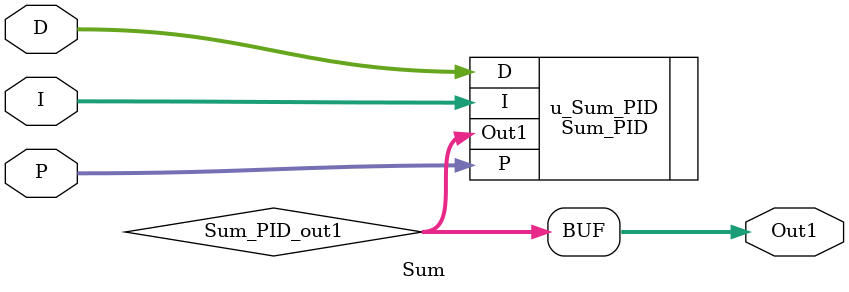
<source format=v>



`timescale 1 ns / 1 ns

module Sum
          (P,
           I,
           D,
           Out1);


  input   signed [31:0] P;  // sfix32_En16
  input   signed [31:0] I;  // sfix32_En16
  input   signed [31:0] D;  // sfix32_En16
  output  signed [31:0] Out1;  // sfix32_En16


  wire signed [31:0] Sum_PID_out1;  // sfix32_En16


  Sum_PID u_Sum_PID (.P(P),  // sfix32_En16
                     .I(I),  // sfix32_En16
                     .D(D),  // sfix32_En16
                     .Out1(Sum_PID_out1)  // sfix32_En16
                     );

  assign Out1 = Sum_PID_out1;

endmodule  // Sum


</source>
